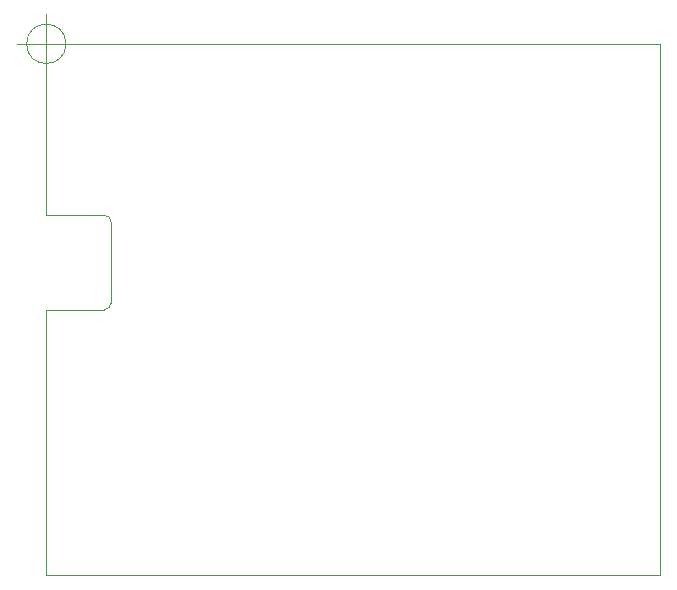
<source format=gbr>
%TF.GenerationSoftware,KiCad,Pcbnew,7.0.1*%
%TF.CreationDate,2023-12-01T14:10:48+08:00*%
%TF.ProjectId,USB-PD-Bench-Supply-PCB,5553422d-5044-42d4-9265-6e63682d5375,1*%
%TF.SameCoordinates,PX68e7780PY3938700*%
%TF.FileFunction,Profile,NP*%
%FSLAX46Y46*%
G04 Gerber Fmt 4.6, Leading zero omitted, Abs format (unit mm)*
G04 Created by KiCad (PCBNEW 7.0.1) date 2023-12-01 14:10:48*
%MOMM*%
%LPD*%
G01*
G04 APERTURE LIST*
%TA.AperFunction,Profile*%
%ADD10C,0.100000*%
%TD*%
G04 APERTURE END LIST*
D10*
X5500000Y-15100000D02*
G75*
G03*
X4900000Y-14500000I-600000J0D01*
G01*
X4900000Y-22500000D02*
G75*
G03*
X5500000Y-21900000I0J600000D01*
G01*
X5500000Y-15100000D02*
X5500000Y-21900000D01*
X4900000Y-22500000D02*
X0Y-22500000D01*
X4900000Y-14500000D02*
X0Y-14500000D01*
X0Y-45000000D02*
X0Y-22500000D01*
X52000000Y-45000000D02*
X0Y-45000000D01*
X52000000Y0D02*
X52000000Y-45000000D01*
X0Y0D02*
X52000000Y0D01*
X0Y-14500000D02*
X0Y0D01*
X1666666Y0D02*
G75*
G03*
X1666666Y0I-1666666J0D01*
G01*
X-2500000Y0D02*
X2500000Y0D01*
X0Y2500000D02*
X0Y-2500000D01*
M02*

</source>
